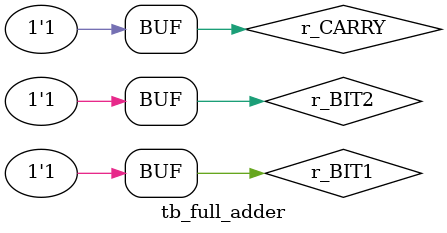
<source format=v>


`timescale 1ns / 1ps

module tb_full_adder();
 
  reg r_BIT1 = 0;
  reg r_BIT2 = 0;
  reg r_CARRY = 0;
  wire w_SUM;
  wire w_CARRY;
   
  full_adder uut
    (
     .i_bit1(r_BIT1),
     .i_bit2(r_BIT2),
     .i_carry(r_CARRY),
     .o_sum(w_SUM),
     .o_carry(w_CARRY)
     );
 
  initial
    begin
      r_BIT1 = 1'b0;
      r_BIT2 = 1'b0;
      r_CARRY = 1'b0;
      #10;
      r_BIT1 = 1'b0;
      r_BIT2 = 1'b0;
      r_CARRY = 1'b1;
      #10;
      r_BIT1 = 1'b0;
      r_BIT2 = 1'b1;
      r_CARRY = 1'b0;
      #10;
      r_BIT1 = 1'b0;
      r_BIT2 = 1'b1;
      r_CARRY = 1'b1;
      #10;
      r_BIT1 = 1'b1;
      r_BIT2 = 1'b0;
      r_CARRY = 1'b0;
      #10;
      r_BIT1 = 1'b1;
      r_BIT2 = 1'b0;
      r_CARRY = 1'b1;
      #10;
      r_BIT1 = 1'b1;
      r_BIT2 = 1'b1;
      r_CARRY = 1'b0;
      #10;
      r_BIT1 = 1'b1;
      r_BIT2 = 1'b1;
      r_CARRY = 1'b1;
      #10;
    end 
 
endmodule // half_adder_tb

</source>
